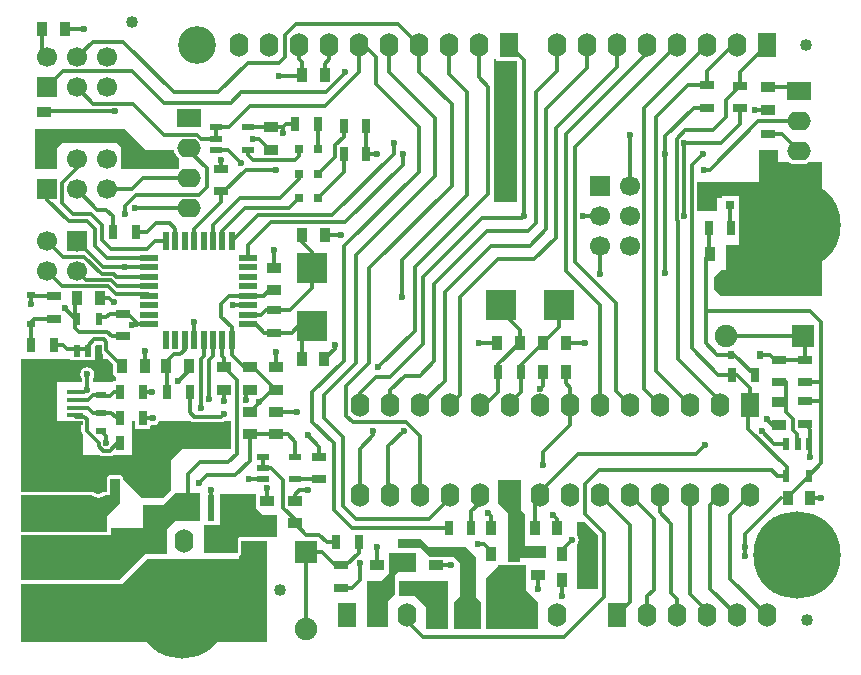
<source format=gtl>
G04*
G04 #@! TF.GenerationSoftware,Altium Limited,Altium Designer,18.0.7 (293)*
G04*
G04 Layer_Physical_Order=1*
G04 Layer_Color=255*
%FSLAX25Y25*%
%MOIN*%
G70*
G01*
G75*
%ADD15R,0.02165X0.03937*%
%ADD16R,0.13780X0.08661*%
%ADD17R,0.02362X0.08661*%
%ADD18R,0.09843X0.10236*%
%ADD19R,0.10236X0.09843*%
%ADD20R,0.03937X0.02165*%
%ADD21R,0.10630X0.07874*%
%ADD22R,0.03150X0.03150*%
%ADD23R,0.05315X0.01575*%
%ADD24R,0.05512X0.06299*%
%ADD25R,0.01968X0.05906*%
%ADD26R,0.05906X0.01968*%
%ADD27R,0.02700X0.02200*%
%ADD28R,0.02200X0.02700*%
%ADD29R,0.05118X0.02756*%
%ADD30R,0.02756X0.05118*%
%ADD31R,0.03543X0.02362*%
%ADD32R,0.05118X0.03543*%
%ADD33R,0.03543X0.05118*%
%ADD55C,0.07480*%
%ADD56R,0.07480X0.07480*%
%ADD61R,0.07480X0.07480*%
%ADD69C,0.04000*%
%ADD70C,0.01181*%
%ADD71C,0.06693*%
%ADD72R,0.06693X0.06693*%
%ADD73C,0.12598*%
%ADD74O,0.06299X0.07874*%
%ADD75R,0.06299X0.07874*%
%ADD76C,0.29134*%
%ADD77R,0.06693X0.06693*%
%ADD78O,0.07874X0.06299*%
%ADD79R,0.07874X0.06299*%
G04:AMPARAMS|DCode=80|XSize=78.74mil|YSize=47.24mil|CornerRadius=14.17mil|HoleSize=0mil|Usage=FLASHONLY|Rotation=0.000|XOffset=0mil|YOffset=0mil|HoleType=Round|Shape=RoundedRectangle|*
%AMROUNDEDRECTD80*
21,1,0.07874,0.01890,0,0,0.0*
21,1,0.05039,0.04724,0,0,0.0*
1,1,0.02835,0.02520,-0.00945*
1,1,0.02835,-0.02520,-0.00945*
1,1,0.02835,-0.02520,0.00945*
1,1,0.02835,0.02520,0.00945*
%
%ADD80ROUNDEDRECTD80*%
%ADD81C,0.04724*%
%ADD82C,0.02362*%
G36*
X42913Y164961D02*
X52408D01*
X52474Y164460D01*
X52910Y163407D01*
X53604Y162502D01*
X53937Y162247D01*
Y158935D01*
X53604Y158679D01*
X53591Y158661D01*
X34646D01*
Y166142D01*
X33465Y167323D01*
X14961D01*
X13386Y165748D01*
Y158661D01*
X5906D01*
Y172047D01*
X35827D01*
X42913Y164961D01*
D02*
G37*
G36*
X159669Y194882D02*
X166535D01*
Y147638D01*
X159055D01*
Y195276D01*
X159669D01*
Y194882D01*
D02*
G37*
G36*
X253543Y161024D02*
X257449D01*
X257659Y160863D01*
X258712Y160426D01*
X259842Y160278D01*
X261417D01*
X262548Y160426D01*
X263601Y160863D01*
X263811Y161024D01*
X268504D01*
Y116535D01*
X234646D01*
X232283Y118898D01*
X232283Y122835D01*
X234646Y125197D01*
X236220Y125197D01*
X236221Y133465D01*
X240551D01*
Y144095D01*
Y149606D01*
X235039D01*
Y149213D01*
X233465D01*
Y144882D01*
X229528D01*
X226806Y144882D01*
Y154331D01*
X247244D01*
Y164961D01*
X253543D01*
Y161024D01*
D02*
G37*
G36*
X28016Y98327D02*
X28154Y97636D01*
X28545Y97049D01*
X28740Y96855D01*
Y95276D01*
X30319Y95276D01*
X32087Y93508D01*
Y89370D01*
X33071D01*
Y88189D01*
X31890D01*
Y87795D01*
X25232D01*
Y88708D01*
X25650Y89334D01*
X25834Y90256D01*
X25650Y91178D01*
X25128Y91959D01*
X24347Y92481D01*
X23425Y92664D01*
X22503Y92481D01*
X21722Y91959D01*
X21200Y91178D01*
X21017Y90256D01*
X21200Y89334D01*
X21619Y88708D01*
Y87795D01*
X13386D01*
Y74803D01*
X15354Y74803D01*
Y74606D01*
X18755D01*
X18895Y74512D01*
X19587Y74375D01*
X21422D01*
Y71280D01*
X21560Y70588D01*
X21951Y70002D01*
X22047Y69906D01*
X22047Y63386D01*
X27636D01*
X28072Y63095D01*
X28763Y62957D01*
X30883D01*
X31574Y63095D01*
X32009Y63386D01*
X38189D01*
X38189Y64960D01*
X38189Y74803D01*
X39370D01*
Y72047D01*
X44488D01*
Y73141D01*
X44875Y73459D01*
X45276Y73379D01*
X46197Y73562D01*
X46979Y74084D01*
X47459Y74803D01*
X57929Y74803D01*
X58364Y74512D01*
X59055Y74375D01*
X67913D01*
X68605Y74512D01*
X69002Y74778D01*
X69129Y74803D01*
X71422Y74803D01*
Y65354D01*
X55118D01*
X51181Y61417D01*
Y51575D01*
X48819Y49213D01*
X41732D01*
X35456Y55489D01*
Y55512D01*
X35364Y55973D01*
X35103Y56363D01*
X34713Y56624D01*
X34252Y56716D01*
X31102D01*
X30641Y56624D01*
X30251Y56363D01*
X29990Y55973D01*
X29898Y55512D01*
Y51204D01*
X29394D01*
X29278Y51181D01*
X25053D01*
X24936Y51204D01*
X1181D01*
Y95276D01*
X17618Y95276D01*
Y95079D01*
X25566D01*
X25886Y95079D01*
X25984Y95276D01*
X25984Y95276D01*
X25984Y95538D01*
Y99689D01*
X26457Y100162D01*
X28016D01*
Y98327D01*
D02*
G37*
G36*
X34252Y47244D02*
X29921Y42913D01*
Y37795D01*
X1181D01*
Y50000D01*
X24936D01*
X25378Y49661D01*
X26240Y49304D01*
X27165Y49182D01*
X28090Y49304D01*
X28952Y49661D01*
X29394Y50000D01*
X30709D01*
X31102Y50394D01*
Y55512D01*
X34252D01*
Y47244D01*
D02*
G37*
G36*
X79528Y43307D02*
X86614Y43307D01*
Y36220D01*
X74016Y36220D01*
X73622Y35827D01*
Y31228D01*
X73580Y30906D01*
X73407Y30709D01*
X62205Y30709D01*
Y40157D01*
X67716Y40157D01*
Y50394D01*
X79528D01*
Y43307D01*
D02*
G37*
G36*
X168110Y55118D02*
Y44882D01*
X169291Y43701D01*
Y33071D01*
X176378D01*
Y29134D01*
X167717D01*
Y27779D01*
X163779D01*
Y43701D01*
X160236Y47244D01*
Y55118D01*
X168110Y55118D01*
D02*
G37*
G36*
X61024Y41339D02*
X52756D01*
X50000Y38583D01*
Y30315D01*
X42520D01*
X33858Y21654D01*
X1181D01*
Y36591D01*
X29921D01*
X30038Y36614D01*
X31496D01*
Y38976D01*
X42126D01*
Y46850D01*
X48819D01*
X52756Y50787D01*
X61024D01*
Y41339D01*
D02*
G37*
G36*
X83465Y1181D02*
X1181D01*
Y20449D01*
X26715D01*
X26772Y20442D01*
X26828Y20449D01*
X33858D01*
X33858Y20449D01*
X33975Y20472D01*
X35039D01*
X43307Y28740D01*
X73622D01*
X74016Y29134D01*
Y29687D01*
X74095Y29748D01*
X74259Y29857D01*
X74281Y29890D01*
X74312Y29915D01*
X74485Y30112D01*
X74544Y30214D01*
X74622Y30303D01*
X74661Y30416D01*
X74720Y30518D01*
X74735Y30636D01*
X74774Y30748D01*
X74816Y31071D01*
X74811Y31150D01*
X74826Y31228D01*
Y34646D01*
X83465D01*
Y1181D01*
D02*
G37*
G36*
X193764Y36550D02*
Y18898D01*
X186614Y18898D01*
Y33415D01*
X186644Y33435D01*
X187166Y34216D01*
X187349Y35138D01*
X187166Y36059D01*
X186644Y36841D01*
X186614Y36861D01*
Y40945D01*
X189370D01*
X193764Y36550D01*
D02*
G37*
G36*
X133071Y24409D02*
X127165D01*
X125984Y23228D01*
Y16929D01*
X123622Y14567D01*
Y5906D01*
X116535D01*
Y21260D01*
X121260Y21260D01*
X123622Y23622D01*
X123819D01*
Y23819D01*
X124016Y24016D01*
X124016Y30709D01*
X133071Y30709D01*
X133071Y24409D01*
D02*
G37*
G36*
X162598Y26772D02*
Y26575D01*
X168504D01*
Y26575D01*
X168701Y26772D01*
X169685Y26772D01*
Y18504D01*
X173622Y14567D01*
Y5512D01*
X156299D01*
Y22441D01*
X160630Y26772D01*
X162598Y26772D01*
D02*
G37*
G36*
X137402Y32677D02*
X149606D01*
X153150Y29134D01*
Y16142D01*
X154724Y14567D01*
Y5512D01*
X145669D01*
Y14567D01*
X147638Y16535D01*
Y27559D01*
X145669Y29528D01*
X137402D01*
X134646Y32283D01*
X127165D01*
Y35433D01*
X134646D01*
X137402Y32677D01*
D02*
G37*
G36*
X143701Y5512D02*
X136221D01*
Y12598D01*
X132283Y16535D01*
X127504D01*
X127187Y16922D01*
X127189Y16929D01*
X127189Y16929D01*
Y21260D01*
X143701D01*
Y5512D01*
D02*
G37*
D15*
X27362Y108858D02*
D03*
X19882D02*
D03*
X27362Y98228D02*
D03*
X23622D02*
D03*
X19882D02*
D03*
X256496Y56496D02*
D03*
X263976D02*
D03*
X256496Y67126D02*
D03*
X260236D02*
D03*
X263976D02*
D03*
D16*
X64567Y70079D02*
D03*
D17*
X74567Y45669D02*
D03*
X69567D02*
D03*
X64567D02*
D03*
X59567D02*
D03*
X54567D02*
D03*
D18*
X180512Y113386D02*
D03*
X161221D02*
D03*
D19*
X98425Y106299D02*
D03*
Y125591D02*
D03*
D20*
X76968Y165157D02*
D03*
Y172638D02*
D03*
X66339Y165157D02*
D03*
Y168898D02*
D03*
Y172638D02*
D03*
X92716Y55315D02*
D03*
Y62795D02*
D03*
X82087Y55315D02*
D03*
Y59055D02*
D03*
Y62795D02*
D03*
D21*
X6693Y29134D02*
D03*
Y41732D02*
D03*
D22*
X237795Y146850D02*
D03*
X231496D02*
D03*
X100394Y165354D02*
D03*
X94095D02*
D03*
X100394Y156988D02*
D03*
X94095D02*
D03*
X100394Y149114D02*
D03*
X94095D02*
D03*
D23*
X19193Y84252D02*
D03*
Y81693D02*
D03*
Y79134D02*
D03*
Y76575D02*
D03*
Y74016D02*
D03*
D24*
X18307Y91732D02*
D03*
Y66535D02*
D03*
D25*
X71653Y101575D02*
D03*
X68504D02*
D03*
X65354D02*
D03*
X62205D02*
D03*
X59055D02*
D03*
X55905D02*
D03*
X52756D02*
D03*
X49606D02*
D03*
Y134646D02*
D03*
X52756D02*
D03*
X55905D02*
D03*
X59055D02*
D03*
X62205D02*
D03*
X65354D02*
D03*
X68504D02*
D03*
X71653D02*
D03*
D26*
X44094Y107087D02*
D03*
Y110236D02*
D03*
Y113386D02*
D03*
Y116535D02*
D03*
Y119685D02*
D03*
Y122835D02*
D03*
Y125984D02*
D03*
Y129134D02*
D03*
X77165D02*
D03*
Y125984D02*
D03*
Y122835D02*
D03*
Y119685D02*
D03*
Y116535D02*
D03*
Y113386D02*
D03*
Y110236D02*
D03*
Y107087D02*
D03*
D27*
X4724Y116611D02*
D03*
Y107011D02*
D03*
D28*
X238038Y96850D02*
D03*
X247638D02*
D03*
D29*
X68110Y158858D02*
D03*
Y151378D02*
D03*
X85827Y111614D02*
D03*
Y104134D02*
D03*
X240945Y186417D02*
D03*
Y178937D02*
D03*
X229921Y186614D02*
D03*
Y179134D02*
D03*
X250394Y170276D02*
D03*
Y162795D02*
D03*
X262598Y81299D02*
D03*
Y73819D02*
D03*
X12205Y116339D02*
D03*
Y108858D02*
D03*
X262598Y87598D02*
D03*
Y95079D02*
D03*
X107874Y19094D02*
D03*
Y26575D02*
D03*
X100787Y62795D02*
D03*
Y55315D02*
D03*
X253937Y87598D02*
D03*
Y95079D02*
D03*
X129921Y26181D02*
D03*
Y33661D02*
D03*
Y18504D02*
D03*
Y25984D02*
D03*
X35433Y102953D02*
D03*
Y110433D02*
D03*
D30*
X116339Y173130D02*
D03*
X108858D02*
D03*
X116339Y163681D02*
D03*
X108858D02*
D03*
X32087Y137795D02*
D03*
X39567D02*
D03*
X41929Y84449D02*
D03*
X34449D02*
D03*
X41929Y75787D02*
D03*
X34449D02*
D03*
X41929Y67323D02*
D03*
X34449D02*
D03*
X143898Y38976D02*
D03*
X151378D02*
D03*
X245866Y90158D02*
D03*
X238386D02*
D03*
X92716Y173622D02*
D03*
X100197D02*
D03*
X160433Y90945D02*
D03*
X167913D02*
D03*
X230512Y138976D02*
D03*
X237992D02*
D03*
X12205Y100000D02*
D03*
X4724D02*
D03*
X106496Y34252D02*
D03*
X113976D02*
D03*
X57579Y84449D02*
D03*
X50098D02*
D03*
D31*
X27953Y89173D02*
D03*
Y83268D02*
D03*
Y71457D02*
D03*
Y77362D02*
D03*
D32*
X77559Y85236D02*
D03*
Y92716D02*
D03*
X85827Y125787D02*
D03*
Y118307D02*
D03*
X68898Y85236D02*
D03*
Y92716D02*
D03*
X9055Y177756D02*
D03*
Y170276D02*
D03*
X250394Y178543D02*
D03*
Y186024D02*
D03*
X120079Y26575D02*
D03*
Y19094D02*
D03*
X139764Y26575D02*
D03*
Y19094D02*
D03*
X84646Y165157D02*
D03*
Y172638D02*
D03*
X86221Y77756D02*
D03*
Y70276D02*
D03*
X253937Y73425D02*
D03*
Y80905D02*
D03*
X92520Y48228D02*
D03*
Y40748D02*
D03*
X77559Y70276D02*
D03*
Y77756D02*
D03*
X173622Y23425D02*
D03*
Y30906D02*
D03*
X86221Y92716D02*
D03*
Y85236D02*
D03*
X46063Y51772D02*
D03*
Y44291D02*
D03*
X83465Y48228D02*
D03*
Y40748D02*
D03*
D33*
X49705Y93110D02*
D03*
X57185D02*
D03*
X102559Y136614D02*
D03*
X95079D02*
D03*
X102362Y95276D02*
D03*
X94882D02*
D03*
X158465Y19685D02*
D03*
X150984D02*
D03*
X15945Y205512D02*
D03*
X8465D02*
D03*
X175394Y90945D02*
D03*
X182874D02*
D03*
X158071Y38976D02*
D03*
X165551D02*
D03*
X180118D02*
D03*
X172638D02*
D03*
X160039Y100787D02*
D03*
X167520D02*
D03*
X182874D02*
D03*
X175394D02*
D03*
X264370Y49213D02*
D03*
X256890D02*
D03*
X27559Y115748D02*
D03*
X20079D02*
D03*
X42520Y93110D02*
D03*
X35039D02*
D03*
X181693Y21654D02*
D03*
X189173D02*
D03*
X181693Y30315D02*
D03*
X189173D02*
D03*
X102559Y190157D02*
D03*
X95079D02*
D03*
X158071Y30315D02*
D03*
X165551D02*
D03*
X238386Y130315D02*
D03*
X230906D02*
D03*
D55*
X236417Y103051D02*
D03*
X262008Y120768D02*
D03*
X236417D02*
D03*
X96260Y5315D02*
D03*
X78543Y30906D02*
D03*
Y5315D02*
D03*
D56*
X8661Y83858D02*
D03*
Y74410D02*
D03*
X96260Y30906D02*
D03*
D61*
X262008Y103051D02*
D03*
D69*
X87795Y18504D02*
D03*
X38189Y207874D02*
D03*
X262992Y200000D02*
D03*
X263386Y8268D02*
D03*
D70*
X160236Y128740D02*
X172441D01*
X147638Y116142D02*
X160236Y128740D01*
X147638Y83287D02*
Y116142D01*
X157874Y133071D02*
X170866D01*
X142520Y117717D02*
X157874Y133071D01*
X142520Y88169D02*
Y117717D01*
X156693Y138189D02*
X170472D01*
X138976Y120472D02*
X156693Y138189D01*
X138976Y94626D02*
Y120472D01*
X155118Y142520D02*
X168504D01*
X135433Y122835D02*
X155118Y142520D01*
X135433Y100394D02*
Y122835D01*
X132677Y125984D02*
X157087Y150394D01*
X132677Y104823D02*
Y125984D01*
X157087Y150394D02*
Y186221D01*
X128347Y128347D02*
X150000Y150000D01*
X128347Y116142D02*
Y128347D01*
X150000Y150000D02*
Y184252D01*
X139370Y156299D02*
Y175591D01*
X112992Y129921D02*
X139370Y156299D01*
X112992Y94095D02*
Y129921D01*
X133858Y157874D02*
Y172835D01*
X109055Y133071D02*
X133858Y157874D01*
X109055Y94882D02*
Y133071D01*
X98425Y84252D02*
X109055Y94882D01*
X98425Y74410D02*
Y84252D01*
Y74410D02*
X105512Y67323D01*
Y45079D02*
Y67323D01*
Y45079D02*
X111614Y38976D01*
X102362Y75591D02*
X108661Y69291D01*
Y46457D02*
Y69291D01*
Y46457D02*
X112992Y42126D01*
X144350Y49075D02*
Y50000D01*
X137402Y42126D02*
X144350Y49075D01*
X111614Y38976D02*
X143898D01*
X173031Y140748D02*
Y184449D01*
X170472Y138189D02*
X173031Y140748D01*
X176378Y138583D02*
Y178740D01*
X170866Y133071D02*
X176378Y138583D01*
X179528Y135827D02*
Y172311D01*
X172441Y128740D02*
X179528Y135827D01*
X176378Y178740D02*
X190000Y192362D01*
X216142Y124016D02*
Y163779D01*
Y169685D02*
X225590Y179134D01*
X216142Y163779D02*
Y169685D01*
X212992Y91358D02*
Y175984D01*
Y91358D02*
X224350Y80000D01*
X209055Y85295D02*
Y179055D01*
Y85295D02*
X214350Y80000D01*
X209055Y179055D02*
X230000Y200000D01*
X220276Y95472D02*
X234350Y81398D01*
X129409Y9409D02*
X130000Y10000D01*
X243760Y79409D02*
X244350Y80000D01*
X225000Y98917D02*
Y159941D01*
Y98917D02*
X233760Y90158D01*
X225000Y159941D02*
X228740Y163681D01*
X222441Y142913D02*
Y167323D01*
X234646D01*
X219882Y168701D02*
X222835Y171653D01*
X219882Y141853D02*
Y168701D01*
Y141853D02*
X220276Y141460D01*
Y95472D02*
Y141460D01*
X204331Y152913D02*
Y170079D01*
X27362Y109252D02*
X29724D01*
X37008Y110433D02*
X40354Y107087D01*
X194331Y123858D02*
Y132913D01*
X70824Y116535D02*
X77165D01*
X68110Y113821D02*
X70824Y116535D01*
X68110Y109452D02*
Y113821D01*
X82185Y116535D02*
X83957Y118307D01*
X77165Y116535D02*
X82185D01*
X82874Y111614D02*
X85827D01*
X81496Y110236D02*
X82874Y111614D01*
X77165Y110236D02*
X81496D01*
X186024Y166024D02*
X220000Y200000D01*
X186024Y127756D02*
X199606Y114173D01*
X186024Y127756D02*
Y166024D01*
X188583Y142913D02*
X194331D01*
X168504Y142520D02*
X168898Y142913D01*
Y195102D01*
X173031Y184449D02*
X180000Y191417D01*
X199606Y84744D02*
Y114173D01*
X194350Y80000D02*
Y113524D01*
X183071Y124803D02*
X194350Y113524D01*
X183071Y124803D02*
Y170472D01*
X179528Y172311D02*
X200000Y192784D01*
X212992Y175984D02*
X223622Y186614D01*
X204331Y14331D02*
Y40020D01*
X200000Y10000D02*
X204331Y14331D01*
X194350Y50000D02*
X204331Y40020D01*
X212205Y18504D02*
Y42146D01*
X210000Y16299D02*
X212205Y18504D01*
X204350Y50000D02*
X212205Y42146D01*
X78543Y45669D02*
X83465Y40748D01*
X74567Y45669D02*
X78543D01*
X69567D02*
X74567D01*
X69567Y38465D02*
Y45669D01*
X65748Y34646D02*
X69567Y38465D01*
X82087Y59055D02*
Y62795D01*
X66339Y172638D02*
X70669D01*
X23622Y98622D02*
Y99882D01*
X19882Y98622D02*
X23622D01*
X16732D02*
X19882D01*
X15354Y100000D02*
X16732Y98622D01*
X12205Y100000D02*
X15354D01*
X29823Y98327D02*
Y101161D01*
Y98327D02*
X35039Y93110D01*
X29016Y101969D02*
X29823Y101161D01*
X31651Y102953D02*
X35433D01*
X30076Y104528D02*
X31651Y102953D01*
X24649Y104528D02*
X30076D01*
X24649Y104527D02*
X24649Y104528D01*
X20669Y104527D02*
X24649D01*
X25709Y101969D02*
X29016D01*
X23622Y99882D02*
X25709Y101969D01*
X19488Y105709D02*
X20669Y104527D01*
X30906Y110433D02*
X35433D01*
X29724Y109252D02*
X30906Y110433D01*
X262598Y100492D02*
X265158Y103051D01*
X262598Y95079D02*
Y100492D01*
Y94784D02*
Y95079D01*
X253937D02*
X262598D01*
X252658D02*
X253937D01*
X23425Y85335D02*
Y90256D01*
X23228Y85138D02*
X23425Y85335D01*
X22343Y84252D02*
X23228Y85138D01*
X19193Y84252D02*
X22343D01*
X78740Y168898D02*
X80709D01*
X84449Y165157D01*
X84646D01*
X76968Y172638D02*
X84646D01*
X30883Y64764D02*
X34449Y68330D01*
Y67323D02*
Y68330D01*
X102559Y136614D02*
X107973D01*
X49173Y170118D02*
X60143D01*
X38780Y180512D02*
X49173Y170118D01*
X25488Y180512D02*
X38780D01*
X9055Y177756D02*
X9252Y177953D01*
X32677D01*
X20000Y186000D02*
X25488Y180512D01*
X105905Y98819D02*
Y100000D01*
X102362Y95276D02*
X105905Y98819D01*
X107874Y136713D02*
X107973Y136614D01*
X252461Y67126D02*
X256496D01*
X248228Y71358D02*
X252461Y67126D01*
X32011Y114370D02*
X32185D01*
X30633Y115748D02*
X32011Y114370D01*
X27559Y115748D02*
X30633D01*
X71850Y113386D02*
X77165D01*
X68898Y81496D02*
Y85236D01*
X64567Y45669D02*
Y51575D01*
X94095Y51772D02*
X96949D01*
X92520Y50197D02*
X94095Y51772D01*
X92520Y48228D02*
Y50197D01*
X83465Y48228D02*
Y52362D01*
X76378Y84055D02*
X77559Y85236D01*
X76378Y81890D02*
Y84055D01*
X27953Y71457D02*
X29823Y69587D01*
Y67323D02*
Y69587D01*
X158071Y30315D02*
Y31398D01*
X155807Y33661D02*
X158071Y31398D01*
X153642Y33661D02*
X155807D01*
X181693Y31890D02*
X184941Y35138D01*
X181693Y30315D02*
Y31890D01*
X77461Y55315D02*
X82087D01*
X53839Y88189D02*
X57185Y91535D01*
X27953Y89173D02*
X31693D01*
X31693Y89173D01*
X251772Y73425D02*
X253937D01*
X249902Y75295D02*
X251772Y73425D01*
X249803Y75295D02*
X249902D01*
X157087Y43996D02*
X158071Y43012D01*
X174350Y85374D02*
X175394Y86417D01*
Y90945D01*
X182874Y100787D02*
X189469D01*
X153937D02*
X160039D01*
X42520Y98130D02*
X42520Y98130D01*
X42520Y93110D02*
Y98130D01*
X57185Y91535D02*
Y93110D01*
X59055Y107677D02*
X59055Y107677D01*
X59055Y101575D02*
Y107677D01*
X93307Y77756D02*
X93307Y77756D01*
X86221Y77756D02*
X93307D01*
X86221Y92716D02*
Y97835D01*
X71850Y113386D02*
X71850Y113386D01*
X85827Y125787D02*
Y131791D01*
X102559Y190157D02*
Y193799D01*
X104000Y195240D01*
Y200000D01*
X70374Y165157D02*
X74803Y160728D01*
X66339Y165157D02*
X70374D01*
X264370Y49213D02*
X268012D01*
X178642Y43406D02*
X180118Y41929D01*
Y38976D02*
Y41929D01*
X158071Y38976D02*
Y43012D01*
X139764Y26575D02*
X144783D01*
X120079D02*
Y32776D01*
X124409Y89370D02*
X135433Y100394D01*
X119685Y89370D02*
X124409D01*
X129272Y89902D02*
X134252D01*
X124350Y84980D02*
X129272Y89902D01*
X114350Y84035D02*
X119685Y89370D01*
X114350Y80000D02*
Y84035D01*
X134252Y89902D02*
X138976Y94626D01*
X124350Y80000D02*
Y84980D01*
X154000Y189307D02*
X157087Y186221D01*
X154000Y189307D02*
Y200000D01*
X120472Y92618D02*
X132677Y104823D01*
X180000Y191417D02*
Y200000D01*
X190000Y192362D02*
Y200000D01*
X134350Y80000D02*
X142520Y88169D01*
X144000Y190252D02*
X150000Y184252D01*
X144000Y190252D02*
Y200000D01*
X124000Y190961D02*
X139370Y175591D01*
X134000Y191197D02*
X144882Y180315D01*
Y153150D02*
Y180315D01*
X117323Y125591D02*
X144882Y153150D01*
X134000Y191197D02*
Y200000D01*
X117323Y94067D02*
Y125591D01*
X109823Y76496D02*
Y86567D01*
X164000Y200000D02*
X168898Y195102D01*
X124000Y190961D02*
Y200000D01*
X102362Y83465D02*
X112992Y94095D01*
X102362Y75591D02*
Y83465D01*
X112992Y42126D02*
X137402D01*
X109823Y86567D02*
X117323Y94067D01*
X109823Y76496D02*
X111909Y74410D01*
X119685Y187008D02*
Y196063D01*
X115748Y200000D02*
X119685Y196063D01*
X114000Y200000D02*
X115748D01*
X119685Y187008D02*
X133858Y172835D01*
X96850Y70079D02*
X100787Y66142D01*
Y62795D02*
Y66142D01*
X247087Y174646D02*
X260630D01*
X230906Y158465D02*
X247087Y174646D01*
X228937Y158465D02*
X230906D01*
X236221Y175984D02*
Y181693D01*
X231890Y171653D02*
X236221Y175984D01*
X222835Y171653D02*
X231890D01*
X236221Y181693D02*
X240945Y186417D01*
X223622Y186614D02*
X229921D01*
X210000Y197402D02*
Y200000D01*
X183071Y170472D02*
X210000Y197402D01*
X200000Y192784D02*
Y200000D01*
X144350Y80000D02*
X147638Y83287D01*
X229528Y111417D02*
Y128937D01*
Y100787D02*
Y111417D01*
X84646Y172638D02*
X88583D01*
X264463Y111417D02*
X268110Y107770D01*
X229528Y111417D02*
X264463D01*
X239173Y96850D02*
X245866Y90158D01*
X238038Y96850D02*
X239173D01*
X230512Y130709D02*
X230906Y130315D01*
X230512Y130709D02*
Y138976D01*
X229528Y128937D02*
X230906Y130315D01*
X229528Y100787D02*
X233465Y96850D01*
X238038D01*
X233760Y90158D02*
X238386D01*
X262598Y81299D02*
X268110D01*
X262598Y87598D02*
X268110D01*
Y107770D01*
Y81299D02*
Y87598D01*
Y60630D02*
Y81299D01*
X263976Y56496D02*
X268110Y60630D01*
X256890Y49409D02*
X263976Y56496D01*
X256890Y49213D02*
Y49409D01*
X253346Y56496D02*
X256496D01*
X251575Y58268D02*
X253346Y56496D01*
X193898Y58268D02*
X251575D01*
X256693Y56693D02*
Y59275D01*
X243760Y72208D02*
X256693Y59275D01*
X242618Y37116D02*
X254714Y49213D01*
X242618Y29823D02*
Y37116D01*
X237795Y22205D02*
Y43445D01*
Y22205D02*
X250000Y10000D01*
X237795Y43445D02*
X244350Y50000D01*
X231102Y46752D02*
X234350Y50000D01*
X231102Y18898D02*
Y46752D01*
Y18898D02*
X240000Y10000D01*
X230000D02*
Y11339D01*
X224350Y16988D02*
X230000Y11339D01*
X224350Y16988D02*
Y50000D01*
X218110Y17323D02*
Y40551D01*
X214350Y44311D02*
X218110Y40551D01*
X214350Y44311D02*
Y50000D01*
X218110Y17323D02*
X220000Y15433D01*
Y10000D02*
Y15433D01*
X210000Y10000D02*
Y16299D01*
X195571Y16043D02*
Y37500D01*
X189469Y43602D02*
X195571Y37500D01*
X189469Y43602D02*
Y53839D01*
X193898Y58268D01*
X187008Y63779D02*
X226378D01*
X174350Y51122D02*
X187008Y63779D01*
X174350Y50000D02*
Y51122D01*
X226378Y63779D02*
X229232Y66634D01*
X184350Y73327D02*
Y80000D01*
X175295Y64272D02*
X184350Y73327D01*
X175295Y60039D02*
Y64272D01*
X135433Y2756D02*
X182283D01*
X195571Y16043D01*
X129409Y8779D02*
X135433Y2756D01*
X129409Y8779D02*
Y9409D01*
X33071Y116929D02*
X43701D01*
X30315Y119685D02*
X33071Y116929D01*
X15059Y119685D02*
X30315D01*
X22992Y121653D02*
X31304D01*
X33273Y119685D01*
X44094D01*
X20000Y124646D02*
X22992Y121653D01*
X29921Y129134D02*
X44094D01*
X25984Y133071D02*
X29921Y129134D01*
X25984Y133071D02*
Y138583D01*
X23228Y141339D02*
X25984Y138583D01*
X17224Y141339D02*
X23228D01*
X10000Y148563D02*
X17224Y141339D01*
X24803Y143701D02*
X28346Y140157D01*
X18701Y143701D02*
X24803D01*
X28346Y135039D02*
Y140157D01*
X15059Y147343D02*
X18701Y143701D01*
X28346Y135039D02*
X31201Y132185D01*
X43406D01*
X20000Y152000D02*
X26772Y145228D01*
Y145177D02*
X29823D01*
X75984Y145669D02*
X90650D01*
X68504Y138189D02*
X75984Y145669D01*
X68504Y134646D02*
Y138189D01*
X74213Y149016D02*
X87697D01*
X65354Y140157D02*
X74213Y149016D01*
X65354Y134646D02*
Y140157D01*
X68110Y147638D02*
Y151378D01*
X59055Y138583D02*
X68110Y147638D01*
X59055Y134646D02*
Y138583D01*
X76279Y158563D02*
X86417D01*
X69095Y151378D02*
X76279Y158563D01*
X68110Y151378D02*
X69095D01*
X80315Y143307D02*
X105118D01*
X71653Y134646D02*
X80315Y143307D01*
X84646Y140945D02*
X109449D01*
X77165Y133465D02*
X84646Y140945D01*
X77165Y129134D02*
Y133465D01*
X128740Y160236D02*
Y163779D01*
X109449Y140945D02*
X128740Y160236D01*
X125591Y163779D02*
Y167323D01*
X105118Y143307D02*
X125591Y163779D01*
X90650Y145669D02*
X94095Y149114D01*
X108858Y169567D02*
Y173130D01*
X106102Y166811D02*
X108858Y169567D01*
X106102Y162697D02*
Y166811D01*
X100394Y156988D02*
X106102Y162697D01*
X100394Y149114D02*
X108858Y157579D01*
Y163681D01*
X71260Y180709D02*
X74803Y184252D01*
X49016Y180709D02*
X71260D01*
X38484Y191240D02*
X49016Y180709D01*
X74803Y184252D02*
X102953D01*
X77756Y179724D02*
X102756D01*
X70669Y172638D02*
X77756Y179724D01*
X102953Y184252D02*
X109496Y190795D01*
X66929Y184252D02*
X76870Y194193D01*
X52362Y184252D02*
X66929D01*
X35417Y201197D02*
X52362Y184252D01*
X76870Y194193D02*
X87303D01*
X20000Y196000D02*
X25197Y201197D01*
X35417D01*
X81102Y81102D02*
Y81182D01*
X77618Y77756D02*
X80964Y81102D01*
X75734Y92716D02*
X77559D01*
X71653Y96797D02*
X75734Y92716D01*
X71653Y96797D02*
Y101575D01*
X71653Y101575D02*
X71653Y101575D01*
X71653Y101575D02*
Y105908D01*
X68110Y109452D02*
X71653Y105908D01*
X83957Y118307D02*
X85827D01*
X61417Y79134D02*
Y95374D01*
X61319Y95473D02*
X61417Y95374D01*
X67913Y76181D02*
X68898Y77165D01*
X59055Y76181D02*
X67913D01*
X68898Y92716D02*
X73228Y88386D01*
Y63779D02*
Y88386D01*
X63878Y82284D02*
Y95079D01*
X70374Y60925D02*
X73228Y63779D01*
X57579Y77658D02*
X59055Y76181D01*
X57579Y77658D02*
Y84449D01*
X49705Y93110D02*
X50098Y92716D01*
Y84449D02*
Y92716D01*
X72835Y56693D02*
X77559Y61417D01*
X63386Y56693D02*
X72835D01*
X60630Y53937D02*
X63386Y56693D01*
X57087Y57087D02*
X60925Y60925D01*
X57087Y50000D02*
Y57087D01*
Y50000D02*
X57382Y49705D01*
X60925Y60925D02*
X70374D01*
X77559Y61417D02*
Y70276D01*
X80315D01*
X80315Y70276D01*
X86221D01*
X90256D01*
X92716Y67815D01*
Y62795D02*
Y67815D01*
X92520Y40748D02*
X96457Y36811D01*
X100689D01*
X103248Y34252D01*
X46063Y44291D02*
X47146D01*
X88583Y45886D02*
Y55216D01*
Y45886D02*
X92520Y41949D01*
X84744Y59055D02*
X88583Y55216D01*
Y172638D02*
X89567Y173622D01*
X88583Y170866D02*
Y172638D01*
X263976Y72244D02*
X264075Y72342D01*
X264370Y62697D02*
Y71850D01*
X234646Y167323D02*
X240945Y173622D01*
X225590Y179134D02*
X229921D01*
X199606Y84744D02*
X204350Y80000D01*
X81358Y81555D02*
X85039Y85236D01*
X81417Y81496D02*
X81496Y81575D01*
X81102Y81182D02*
X81417Y81496D01*
X80964Y81102D02*
X81102D01*
X80709D02*
X80964D01*
X81102Y81240D01*
X81358Y81555D02*
X81417Y81496D01*
X38287Y106693D02*
X39961D01*
X40354Y107087D01*
X78642Y161811D02*
X92815D01*
X238386Y90158D02*
X239961D01*
X23228Y71280D02*
X27264Y67244D01*
Y66263D02*
Y67244D01*
X28763Y64764D02*
X30883D01*
X27264Y66263D02*
X28763Y64764D01*
X27953Y77362D02*
X31473D01*
X32851Y75984D01*
X34449D01*
X15846Y112500D02*
X19488Y108858D01*
X68110Y158858D02*
Y161713D01*
Y158465D02*
Y158858D01*
X263976Y72244D02*
X264370Y71850D01*
X77559Y77756D02*
X77618D01*
X92520Y40748D02*
Y41949D01*
X43701Y116929D02*
X44094Y116535D01*
X151378Y38976D02*
Y44587D01*
X154350Y47559D01*
X15945Y205512D02*
X22441D01*
X15240Y191240D02*
X38484D01*
X41909Y155591D02*
X57480D01*
X243760Y72208D02*
Y79409D01*
X154350Y47559D02*
Y50000D01*
X172638Y38976D02*
Y48287D01*
X23228Y71280D02*
Y75374D01*
X22421Y76181D02*
X23228Y75374D01*
X19587Y76181D02*
X22421D01*
X19193Y76575D02*
X19587Y76181D01*
X8465Y197535D02*
X10000Y196000D01*
X8465Y197535D02*
Y205512D01*
X120079Y163681D02*
X120079Y163681D01*
X116339Y163681D02*
X120079D01*
X116339D02*
Y173130D01*
X89567Y173622D02*
X92716D01*
X4724Y113681D02*
Y116611D01*
X4997Y116339D01*
X12205D01*
X19488Y108858D02*
Y115157D01*
Y105709D02*
Y108858D01*
Y116339D02*
X20079Y115748D01*
X19488Y115157D02*
X20079Y115748D01*
X59567Y45669D02*
Y49311D01*
X114469Y21752D02*
Y27264D01*
X111811Y19094D02*
X114469Y21752D01*
X107874Y19094D02*
X111811D01*
X173622Y18996D02*
X173721Y18898D01*
X173622Y18996D02*
Y23425D01*
X181693Y16535D02*
X181693Y16535D01*
Y21654D01*
X260138Y67815D02*
X260728Y67224D01*
X256299Y77756D02*
Y87598D01*
X258661Y71870D02*
X260138Y70394D01*
Y67815D02*
Y70394D01*
X258661Y71870D02*
Y75394D01*
X262598Y73819D02*
X264075Y72342D01*
X256299Y77756D02*
X258661Y75394D01*
X239567Y103051D02*
X262008D01*
X265158D01*
X52442Y97047D02*
X54491D01*
X49705Y94310D02*
X52442Y97047D01*
X49705Y93110D02*
Y94310D01*
X55905Y98462D02*
Y101575D01*
X54491Y97047D02*
X55905Y98462D01*
X35925Y125984D02*
X44094D01*
X28661D02*
X33465D01*
X33465Y125984D01*
X35925D01*
Y143799D02*
Y146358D01*
X39665Y150098D01*
X54798D01*
X38319Y152000D02*
X41909Y155591D01*
X30000Y152000D02*
X38319D01*
X54798Y150098D02*
X54817Y150118D01*
X60650D01*
X63189Y152657D01*
Y159153D01*
X57480Y164862D02*
X63189Y159153D01*
X57480Y164862D02*
Y165591D01*
X39291Y145591D02*
X57480D01*
X39272Y145571D02*
X39291Y145591D01*
X40354Y107087D02*
X44094D01*
X35433Y110433D02*
X37008D01*
X100787Y55315D02*
X100787Y55315D01*
X92716Y55315D02*
X100787D01*
X82087Y59055D02*
X84744D01*
X103248Y34252D02*
X106496D01*
X113976Y30807D02*
Y34252D01*
X109744Y26575D02*
X113976Y30807D01*
X107874Y26575D02*
X109744D01*
X106102D02*
X107874D01*
X101772Y30906D02*
X106102Y26575D01*
X96260Y30906D02*
X101772D01*
X96260Y5315D02*
Y30906D01*
X184350Y80000D02*
Y85827D01*
X182874Y87303D02*
X184350Y85827D01*
X182874Y87303D02*
Y90945D01*
X78740Y92716D02*
X86221Y85236D01*
X85039D02*
X86221D01*
X77559Y92716D02*
X78740D01*
X68504Y96260D02*
Y101575D01*
Y96260D02*
X68898Y95866D01*
Y92716D02*
Y95866D01*
X46063Y44291D02*
X47441Y45669D01*
X61319Y95473D02*
X62205Y96358D01*
X63878Y95079D02*
X65354Y96555D01*
Y96752D02*
Y101575D01*
X62205Y96358D02*
Y101378D01*
X114350Y65531D02*
X118799Y69980D01*
X114350Y50000D02*
Y65531D01*
X123819Y66240D02*
X129035Y71457D01*
X123819Y50532D02*
Y66240D01*
X129702Y74410D02*
X134350Y69761D01*
Y50000D02*
Y69761D01*
X41929Y84449D02*
X44980D01*
X42126Y75787D02*
X45276D01*
X41929Y75984D02*
X42126Y75787D01*
X25394Y77362D02*
X27953D01*
X23622Y79134D02*
X25394Y77362D01*
X19193Y79134D02*
X23622D01*
X32382Y84449D02*
X34449D01*
X31004Y83071D02*
X32382Y84449D01*
X27953Y83071D02*
X31004D01*
X25197Y83268D02*
X27953D01*
X23622Y81693D02*
X25197Y83268D01*
X19193Y81693D02*
X23622D01*
X4724Y100000D02*
Y107011D01*
X5709Y108858D02*
X12205D01*
X4724Y107874D02*
X5709Y108858D01*
X4724Y107011D02*
Y107874D01*
X94882Y102756D02*
X98425Y106299D01*
X94882Y95276D02*
Y102756D01*
X98425Y125591D02*
Y131004D01*
X95079Y134350D02*
X98425Y131004D01*
X95079Y134350D02*
Y136614D01*
X93799Y106299D02*
X98425D01*
X91634Y104134D02*
X93799Y106299D01*
X85827Y104134D02*
X91634D01*
X82480D02*
X85827D01*
X79528Y107087D02*
X82480Y104134D01*
X77165Y107087D02*
X79528D01*
X98425Y118996D02*
Y125591D01*
X91043Y111614D02*
X98425Y118996D01*
X85827Y111614D02*
X91043D01*
X94095Y155413D02*
Y156988D01*
X87697Y149016D02*
X94095Y155413D01*
X100197Y173622D02*
X100394Y173425D01*
Y165354D02*
Y173425D01*
X94095Y163091D02*
Y165354D01*
X92815Y161811D02*
X94095Y163091D01*
X76968Y163484D02*
X78642Y161811D01*
X76968Y163484D02*
Y165157D01*
X10000Y124646D02*
X10098D01*
X15059Y119685D01*
X22430Y129370D02*
X28178Y123622D01*
X33127Y122835D02*
X44094D01*
X32339Y123622D02*
X33127Y122835D01*
X28178Y123622D02*
X32339D01*
X15276Y129370D02*
X22430D01*
X20000Y134646D02*
X28661Y125984D01*
X10000Y134646D02*
X15276Y129370D01*
X20000Y131870D02*
Y134646D01*
X10000Y148563D02*
Y152000D01*
X32087Y137795D02*
Y142913D01*
X29823Y145177D02*
X32087Y142913D01*
X39567Y137795D02*
X43307D01*
X46260Y140748D01*
X50886D01*
X52756Y138878D01*
Y134646D02*
Y138878D01*
X43406Y132185D02*
X45866Y134646D01*
X49606D01*
X15059Y147343D02*
Y154035D01*
X20000Y158976D01*
Y162000D01*
X144000Y200000D02*
X145571Y198429D01*
X114000Y190969D02*
Y200000D01*
X102756Y179724D02*
X114000Y190969D01*
X109496Y190795D02*
Y191142D01*
X87303Y194193D02*
X89272Y196161D01*
X10000Y186000D02*
X15240Y191240D01*
X126913Y207087D02*
X134000Y200000D01*
X93110Y207087D02*
X126913D01*
X89272Y203248D02*
X93110Y207087D01*
X89272Y196161D02*
Y203248D01*
X164350Y80000D02*
Y80787D01*
X167913Y84350D01*
Y90945D01*
X154350Y80000D02*
X155886D01*
X160433Y84547D01*
Y90945D01*
X167913D02*
Y93307D01*
X175394Y100787D01*
X180512Y105905D01*
Y113386D01*
X160433Y90945D02*
Y93701D01*
X167520Y100787D01*
Y105217D01*
X161221Y111516D02*
X167520Y105217D01*
X161221Y111516D02*
Y113386D01*
X250886Y96850D02*
X252658Y95079D01*
X247638Y96850D02*
X250886D01*
X237795Y139173D02*
X237992Y138976D01*
X237795Y139173D02*
Y146850D01*
X255000Y170276D02*
X260630Y164646D01*
X250394Y170276D02*
X255000D01*
X259252Y186024D02*
X260630Y184646D01*
X250394Y186024D02*
X259252D01*
X66339Y168898D02*
Y172638D01*
X61364Y168898D02*
X66339D01*
X60143Y170118D02*
X61364Y168898D01*
X239961Y90158D02*
X244350Y85768D01*
Y80000D02*
Y85768D01*
X94000Y195370D02*
Y200000D01*
Y195370D02*
X95079Y194291D01*
Y190157D02*
Y194291D01*
X94587Y189665D02*
X95079Y190157D01*
X87402Y189665D02*
X94587D01*
X172638Y48287D02*
X174350Y50000D01*
X240945Y173622D02*
Y178937D01*
X245866Y178543D02*
X250394D01*
X123819Y50532D02*
X124350Y50000D01*
X111909Y74410D02*
X129702D01*
X118799Y69980D02*
Y71398D01*
X124000Y200000D02*
X126083Y197917D01*
X240945Y190945D02*
X250000Y200000D01*
X240945Y186417D02*
Y190945D01*
X234350Y80000D02*
Y81398D01*
X229921Y191240D02*
X238681Y200000D01*
X229921Y186614D02*
Y191240D01*
X238681Y200000D02*
X240000D01*
D71*
X204331Y132913D02*
D03*
Y142913D02*
D03*
Y152913D02*
D03*
X194331Y132913D02*
D03*
Y142913D02*
D03*
X30000Y196000D02*
D03*
X20000D02*
D03*
X10000D02*
D03*
X30000Y186000D02*
D03*
X20000D02*
D03*
X30000Y162000D02*
D03*
X20000D02*
D03*
X10000D02*
D03*
X30000Y152000D02*
D03*
X20000D02*
D03*
X10000Y134646D02*
D03*
X20000Y124646D02*
D03*
X10000D02*
D03*
D72*
X194331Y152913D02*
D03*
D73*
X60000Y200000D02*
D03*
D74*
X180000Y10000D02*
D03*
X170000D02*
D03*
X160000D02*
D03*
X150000D02*
D03*
X140000D02*
D03*
X130000D02*
D03*
X120000D02*
D03*
X180000Y200000D02*
D03*
X190000D02*
D03*
X200000D02*
D03*
X210000D02*
D03*
X220000D02*
D03*
X230000D02*
D03*
X240000D02*
D03*
X154000D02*
D03*
X144000D02*
D03*
X134000D02*
D03*
X124000D02*
D03*
X114000D02*
D03*
X104000D02*
D03*
X94000D02*
D03*
X84000D02*
D03*
X74000D02*
D03*
X240000Y10000D02*
D03*
X250000D02*
D03*
X230000D02*
D03*
X220000D02*
D03*
X210000D02*
D03*
X234350Y80000D02*
D03*
X224350D02*
D03*
X214350D02*
D03*
X204350D02*
D03*
X194350D02*
D03*
X184350D02*
D03*
X174350D02*
D03*
X164350D02*
D03*
X154350D02*
D03*
X144350D02*
D03*
X134350D02*
D03*
X124350D02*
D03*
X114350D02*
D03*
X244350Y50000D02*
D03*
X234350D02*
D03*
X224350D02*
D03*
X214350D02*
D03*
X204350D02*
D03*
X194350D02*
D03*
X184350D02*
D03*
X174350D02*
D03*
X164350D02*
D03*
X154350D02*
D03*
X144350D02*
D03*
X134350D02*
D03*
X124350D02*
D03*
X114350D02*
D03*
X65748Y34646D02*
D03*
X55748D02*
D03*
D75*
X110000Y10000D02*
D03*
X250000Y200000D02*
D03*
X164000D02*
D03*
X200000Y10000D02*
D03*
X244350Y80000D02*
D03*
X45748Y34646D02*
D03*
D76*
X55000Y10000D02*
D03*
X260000Y30000D02*
D03*
Y140000D02*
D03*
D77*
X10000Y186000D02*
D03*
Y152000D02*
D03*
X20000Y134646D02*
D03*
D78*
X57480Y145591D02*
D03*
Y155591D02*
D03*
Y165591D02*
D03*
X260630Y164646D02*
D03*
Y174646D02*
D03*
D79*
X57480Y175591D02*
D03*
X260630Y184646D02*
D03*
D80*
X8661Y92126D02*
D03*
Y66142D02*
D03*
D81*
X27165Y52756D02*
D03*
Y43307D02*
D03*
X26772Y14567D02*
D03*
Y24016D02*
D03*
D82*
X216142Y163779D02*
D03*
Y124016D02*
D03*
X222441Y167323D02*
D03*
Y142913D02*
D03*
X204331Y170079D02*
D03*
X194331Y123858D02*
D03*
X188583Y142913D02*
D03*
X168898D02*
D03*
X268012Y49213D02*
D03*
X264370Y62697D02*
D03*
X54724Y66929D02*
D03*
Y70079D02*
D03*
Y73228D02*
D03*
X44488Y58661D02*
D03*
X48031Y61811D02*
D03*
X44488D02*
D03*
X40945D02*
D03*
X50000Y70079D02*
D03*
X78740Y168898D02*
D03*
X32677Y177953D02*
D03*
X164567Y190157D02*
D03*
X160630D02*
D03*
X164567Y193307D02*
D03*
X160630D02*
D03*
X164567Y150394D02*
D03*
X161024D02*
D03*
Y154331D02*
D03*
X164567D02*
D03*
X105905Y100000D02*
D03*
X228740Y146457D02*
D03*
Y149213D02*
D03*
X164961Y24902D02*
D03*
X161417Y25591D02*
D03*
X168504Y24803D02*
D03*
X68898Y81496D02*
D03*
X64567Y51575D02*
D03*
X83465Y52362D02*
D03*
X228740Y151969D02*
D03*
X76378Y81890D02*
D03*
X29823Y67323D02*
D03*
X153642Y33661D02*
D03*
X96949Y51772D02*
D03*
X184941Y35138D02*
D03*
X77461Y55315D02*
D03*
X53839Y88189D02*
D03*
X31693Y89173D02*
D03*
X249902Y75295D02*
D03*
X32185Y114370D02*
D03*
X157087Y43996D02*
D03*
X174350Y85374D02*
D03*
X189469Y100787D02*
D03*
X153937D02*
D03*
X42520Y98130D02*
D03*
X59055Y107677D02*
D03*
X93307Y77756D02*
D03*
X86221Y97835D02*
D03*
X71850Y113386D02*
D03*
X85827Y131791D02*
D03*
X107874Y136713D02*
D03*
X74803Y160728D02*
D03*
X248228Y71358D02*
D03*
X178642Y43406D02*
D03*
X144783Y26575D02*
D03*
X120079Y32776D02*
D03*
X128347Y116142D02*
D03*
X120472Y92618D02*
D03*
X96850Y70079D02*
D03*
X242618Y32687D02*
D03*
X125591Y26378D02*
D03*
X126378Y29134D02*
D03*
X128740Y163779D02*
D03*
X125591Y167323D02*
D03*
X49213Y160236D02*
D03*
Y162992D02*
D03*
X61417Y79134D02*
D03*
X68898Y77165D02*
D03*
X60630Y53937D02*
D03*
X88583Y170866D02*
D03*
X80709Y81102D02*
D03*
X38287Y106693D02*
D03*
X86417Y158563D02*
D03*
X15846Y112500D02*
D03*
X68110Y161713D02*
D03*
X8661Y60532D02*
D03*
X23425Y90256D02*
D03*
X23228Y85138D02*
D03*
X22441Y205512D02*
D03*
X120079Y163681D02*
D03*
X51870Y160335D02*
D03*
X4724Y113681D02*
D03*
X114469Y27264D02*
D03*
X173721Y18898D02*
D03*
X181693Y16535D02*
D03*
X242618Y29823D02*
D03*
X35925Y125984D02*
D03*
Y143799D02*
D03*
X39272Y145571D02*
D03*
X188681Y37894D02*
D03*
X175295Y60039D02*
D03*
X32776Y48819D02*
D03*
Y54134D02*
D03*
X63976Y81939D02*
D03*
X44980Y84449D02*
D03*
X45276Y75787D02*
D03*
X109496Y191142D02*
D03*
X228740Y163681D02*
D03*
X228937Y158465D02*
D03*
X87402Y189665D02*
D03*
X229232Y66634D02*
D03*
X245866Y178543D02*
D03*
X129035Y71457D02*
D03*
X118799Y71398D02*
D03*
M02*

</source>
